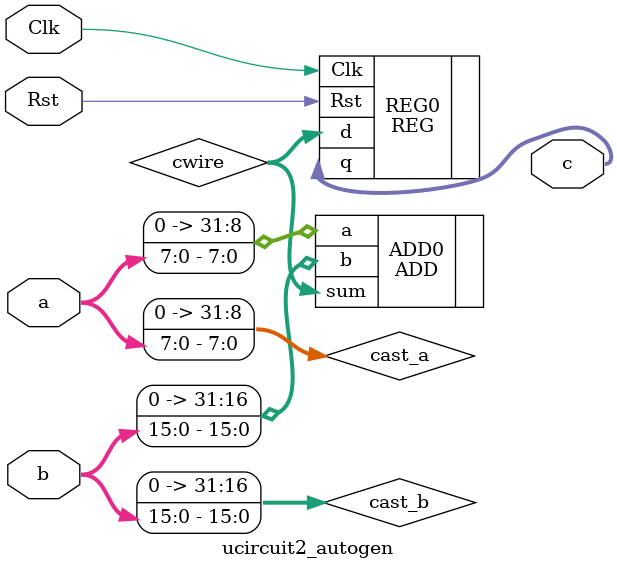
<source format=v>
`timescale 1ns/1ns

module ucircuit2_autogen(a, b, c, Clk, Rst);

    input [7:0] a;
    input [15:0] b;
    input Clk;
    input Rst;

    output [31:0] c;

    wire [31:0] cwire;
    wire [31:0] cast_a;
    wire [31:0] cast_b;

    assign cast_a = {{24{1'b0}}, a};
    assign cast_b = {{16{1'b0}}, b};

    ADD #(.DATAWIDTH(32)) ADD0(.a(cast_a), .b(cast_b), .sum(cwire));
    REG #(.DATAWIDTH(32)) REG0(.Clk(Clk), .Rst(Rst), .d(cwire), .q(c));

endmodule

</source>
